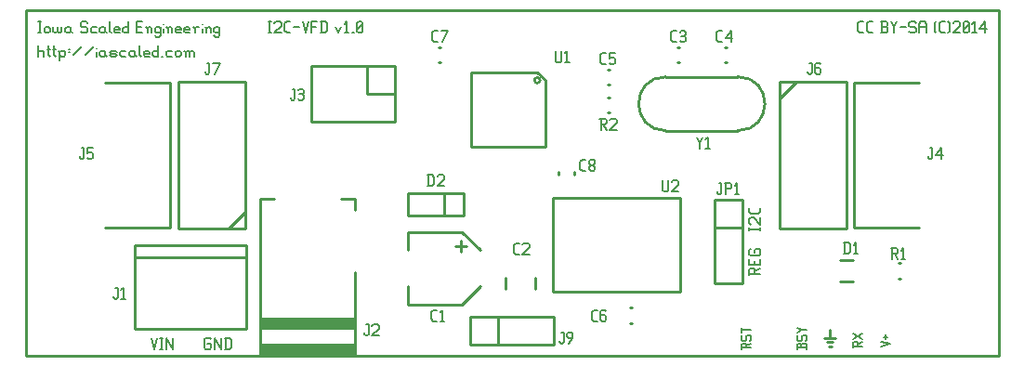
<source format=gbr>
G04 start of page 8 for group -4079 idx -4079 *
G04 Title: (unknown), topsilk *
G04 Creator: pcb 20110918 *
G04 CreationDate: Thu 15 May 2014 04:46:46 AM GMT UTC *
G04 For: railfan *
G04 Format: Gerber/RS-274X *
G04 PCB-Dimensions: 350000 125000 *
G04 PCB-Coordinate-Origin: lower left *
%MOIN*%
%FSLAX25Y25*%
%LNTOPSILK*%
%ADD94C,0.0080*%
%ADD93C,0.0100*%
G54D93*X349500Y124500D02*Y500D01*
X289000Y10000D02*Y7000D01*
X287000D02*X291000D01*
X288000Y5500D02*X290000D01*
X288500Y4000D02*X289500D01*
X500Y500D02*X349500D01*
X500D02*Y124500D01*
X349500D01*
G54D94*X66500Y7000D02*X67000Y6500D01*
X65000Y7000D02*X66500D01*
X64500Y6500D02*X65000Y7000D01*
X64500Y6500D02*Y3500D01*
X65000Y3000D01*
X66500D01*
X67000Y3500D01*
Y4500D02*Y3500D01*
X66500Y5000D02*X67000Y4500D01*
X65500Y5000D02*X66500D01*
X68200Y7000D02*Y3000D01*
Y7000D02*X70700Y3000D01*
Y7000D02*Y3000D01*
X72400Y7000D02*Y3000D01*
X73700Y7000D02*X74400Y6300D01*
Y3700D01*
X73700Y3000D02*X74400Y3700D01*
X71900Y3000D02*X73700D01*
X71900Y7000D02*X73700D01*
X45500D02*X46500Y3000D01*
X47500Y7000D01*
X48700D02*X49700D01*
X49200D02*Y3000D01*
X48700D02*X49700D01*
X50900Y7000D02*Y3000D01*
Y7000D02*X53400Y3000D01*
Y7000D02*Y3000D01*
X5000Y120500D02*X6000D01*
X5500D02*Y116500D01*
X5000D02*X6000D01*
X7200Y118000D02*Y117000D01*
Y118000D02*X7700Y118500D01*
X8700D01*
X9200Y118000D01*
Y117000D01*
X8700Y116500D02*X9200Y117000D01*
X7700Y116500D02*X8700D01*
X7200Y117000D02*X7700Y116500D01*
X10400Y118500D02*Y117000D01*
X10900Y116500D01*
X11400D01*
X11900Y117000D01*
Y118500D02*Y117000D01*
X12400Y116500D01*
X12900D01*
X13400Y117000D01*
Y118500D02*Y117000D01*
X16100Y118500D02*X16600Y118000D01*
X15100Y118500D02*X16100D01*
X14600Y118000D02*X15100Y118500D01*
X14600Y118000D02*Y117000D01*
X15100Y116500D01*
X16600Y118500D02*Y117000D01*
X17100Y116500D01*
X15100D02*X16100D01*
X16600Y117000D01*
X22100Y120500D02*X22600Y120000D01*
X20600Y120500D02*X22100D01*
X20100Y120000D02*X20600Y120500D01*
X20100Y120000D02*Y119000D01*
X20600Y118500D01*
X22100D01*
X22600Y118000D01*
Y117000D01*
X22100Y116500D02*X22600Y117000D01*
X20600Y116500D02*X22100D01*
X20100Y117000D02*X20600Y116500D01*
X24300Y118500D02*X25800D01*
X23800Y118000D02*X24300Y118500D01*
X23800Y118000D02*Y117000D01*
X24300Y116500D01*
X25800D01*
X28500Y118500D02*X29000Y118000D01*
X27500Y118500D02*X28500D01*
X27000Y118000D02*X27500Y118500D01*
X27000Y118000D02*Y117000D01*
X27500Y116500D01*
X29000Y118500D02*Y117000D01*
X29500Y116500D01*
X27500D02*X28500D01*
X29000Y117000D01*
X30700Y120500D02*Y117000D01*
X31200Y116500D01*
X32700D02*X34200D01*
X32200Y117000D02*X32700Y116500D01*
X32200Y118000D02*Y117000D01*
Y118000D02*X32700Y118500D01*
X33700D01*
X34200Y118000D01*
X32200Y117500D02*X34200D01*
Y118000D02*Y117500D01*
X37400Y120500D02*Y116500D01*
X36900D02*X37400Y117000D01*
X35900Y116500D02*X36900D01*
X35400Y117000D02*X35900Y116500D01*
X35400Y118000D02*Y117000D01*
Y118000D02*X35900Y118500D01*
X36900D01*
X37400Y118000D01*
X40400Y118700D02*X41900D01*
X40400Y116500D02*X42400D01*
X40400Y120500D02*Y116500D01*
Y120500D02*X42400D01*
X44100Y118000D02*Y116500D01*
Y118000D02*X44600Y118500D01*
X45100D01*
X45600Y118000D01*
Y116500D01*
X43600Y118500D02*X44100Y118000D01*
X48300Y118500D02*X48800Y118000D01*
X47300Y118500D02*X48300D01*
X46800Y118000D02*X47300Y118500D01*
X46800Y118000D02*Y117000D01*
X47300Y116500D01*
X48300D01*
X48800Y117000D01*
X46800Y115500D02*X47300Y115000D01*
X48300D01*
X48800Y115500D01*
Y118500D02*Y115500D01*
X50000Y119500D02*Y119400D01*
Y118000D02*Y116500D01*
X51500Y118000D02*Y116500D01*
Y118000D02*X52000Y118500D01*
X52500D01*
X53000Y118000D01*
Y116500D01*
X51000Y118500D02*X51500Y118000D01*
X54700Y116500D02*X56200D01*
X54200Y117000D02*X54700Y116500D01*
X54200Y118000D02*Y117000D01*
Y118000D02*X54700Y118500D01*
X55700D01*
X56200Y118000D01*
X54200Y117500D02*X56200D01*
Y118000D02*Y117500D01*
X57900Y116500D02*X59400D01*
X57400Y117000D02*X57900Y116500D01*
X57400Y118000D02*Y117000D01*
Y118000D02*X57900Y118500D01*
X58900D01*
X59400Y118000D01*
X57400Y117500D02*X59400D01*
Y118000D02*Y117500D01*
X61100Y118000D02*Y116500D01*
Y118000D02*X61600Y118500D01*
X62600D01*
X60600D02*X61100Y118000D01*
X63800Y119500D02*Y119400D01*
Y118000D02*Y116500D01*
X65300Y118000D02*Y116500D01*
Y118000D02*X65800Y118500D01*
X66300D01*
X66800Y118000D01*
Y116500D01*
X64800Y118500D02*X65300Y118000D01*
X69500Y118500D02*X70000Y118000D01*
X68500Y118500D02*X69500D01*
X68000Y118000D02*X68500Y118500D01*
X68000Y118000D02*Y117000D01*
X68500Y116500D01*
X69500D01*
X70000Y117000D01*
X68000Y115500D02*X68500Y115000D01*
X69500D01*
X70000Y115500D01*
Y118500D02*Y115500D01*
X87500Y120500D02*X88500D01*
X88000D02*Y116500D01*
X87500D02*X88500D01*
X89700Y120000D02*X90200Y120500D01*
X91700D01*
X92200Y120000D01*
Y119000D01*
X89700Y116500D02*X92200Y119000D01*
X89700Y116500D02*X92200D01*
X94100D02*X95400D01*
X93400Y117200D02*X94100Y116500D01*
X93400Y119800D02*Y117200D01*
Y119800D02*X94100Y120500D01*
X95400D01*
X96600Y118500D02*X98600D01*
X99800Y120500D02*X100800Y116500D01*
X101800Y120500D01*
X103000D02*Y116500D01*
Y120500D02*X105000D01*
X103000Y118700D02*X104500D01*
X106700Y120500D02*Y116500D01*
X108000Y120500D02*X108700Y119800D01*
Y117200D01*
X108000Y116500D02*X108700Y117200D01*
X106200Y116500D02*X108000D01*
X106200Y120500D02*X108000D01*
X111700Y118500D02*X112700Y116500D01*
X113700Y118500D02*X112700Y116500D01*
X114900Y119700D02*X115700Y120500D01*
Y116500D01*
X114900D02*X116400D01*
X117600D02*X118100D01*
X119300Y117000D02*X119800Y116500D01*
X119300Y120000D02*Y117000D01*
Y120000D02*X119800Y120500D01*
X120800D01*
X121300Y120000D01*
Y117000D01*
X120800Y116500D02*X121300Y117000D01*
X119800Y116500D02*X120800D01*
X119300Y117500D02*X121300Y119500D01*
X5000Y112000D02*Y108000D01*
Y109500D02*X5500Y110000D01*
X6500D01*
X7000Y109500D01*
Y108000D01*
X8700Y112000D02*Y108500D01*
X9200Y108000D01*
X8200Y110500D02*X9200D01*
X10700Y112000D02*Y108500D01*
X11200Y108000D01*
X10200Y110500D02*X11200D01*
X12700Y109500D02*Y106500D01*
X12200Y110000D02*X12700Y109500D01*
X13200Y110000D01*
X14200D01*
X14700Y109500D01*
Y108500D01*
X14200Y108000D02*X14700Y108500D01*
X13200Y108000D02*X14200D01*
X12700Y108500D02*X13200Y108000D01*
X15900Y110500D02*X16400D01*
X15900Y109500D02*X16400D01*
X17600Y108500D02*X20600Y111500D01*
X21800Y108500D02*X24800Y111500D01*
X26000Y111000D02*Y110900D01*
Y109500D02*Y108000D01*
X28500Y110000D02*X29000Y109500D01*
X27500Y110000D02*X28500D01*
X27000Y109500D02*X27500Y110000D01*
X27000Y109500D02*Y108500D01*
X27500Y108000D01*
X29000Y110000D02*Y108500D01*
X29500Y108000D01*
X27500D02*X28500D01*
X29000Y108500D01*
X31200Y108000D02*X32700D01*
X33200Y108500D01*
X32700Y109000D02*X33200Y108500D01*
X31200Y109000D02*X32700D01*
X30700Y109500D02*X31200Y109000D01*
X30700Y109500D02*X31200Y110000D01*
X32700D01*
X33200Y109500D01*
X30700Y108500D02*X31200Y108000D01*
X34900Y110000D02*X36400D01*
X34400Y109500D02*X34900Y110000D01*
X34400Y109500D02*Y108500D01*
X34900Y108000D01*
X36400D01*
X39100Y110000D02*X39600Y109500D01*
X38100Y110000D02*X39100D01*
X37600Y109500D02*X38100Y110000D01*
X37600Y109500D02*Y108500D01*
X38100Y108000D01*
X39600Y110000D02*Y108500D01*
X40100Y108000D01*
X38100D02*X39100D01*
X39600Y108500D01*
X41300Y112000D02*Y108500D01*
X41800Y108000D01*
X43300D02*X44800D01*
X42800Y108500D02*X43300Y108000D01*
X42800Y109500D02*Y108500D01*
Y109500D02*X43300Y110000D01*
X44300D01*
X44800Y109500D01*
X42800Y109000D02*X44800D01*
Y109500D02*Y109000D01*
X48000Y112000D02*Y108000D01*
X47500D02*X48000Y108500D01*
X46500Y108000D02*X47500D01*
X46000Y108500D02*X46500Y108000D01*
X46000Y109500D02*Y108500D01*
Y109500D02*X46500Y110000D01*
X47500D01*
X48000Y109500D01*
X49200Y108000D02*X49700D01*
X51400Y110000D02*X52900D01*
X50900Y109500D02*X51400Y110000D01*
X50900Y109500D02*Y108500D01*
X51400Y108000D01*
X52900D01*
X54100Y109500D02*Y108500D01*
Y109500D02*X54600Y110000D01*
X55600D01*
X56100Y109500D01*
Y108500D01*
X55600Y108000D02*X56100Y108500D01*
X54600Y108000D02*X55600D01*
X54100Y108500D02*X54600Y108000D01*
X57800Y109500D02*Y108000D01*
Y109500D02*X58300Y110000D01*
X58800D01*
X59300Y109500D01*
Y108000D01*
Y109500D02*X59800Y110000D01*
X60300D01*
X60800Y109500D01*
Y108000D01*
X57300Y110000D02*X57800Y109500D01*
X260000Y31500D02*Y29500D01*
Y31500D02*X260500Y32000D01*
X261500D01*
X262000Y31500D02*X261500Y32000D01*
X262000Y31500D02*Y30000D01*
X260000D02*X264000D01*
X262000Y30800D02*X264000Y32000D01*
X261800Y34700D02*Y33200D01*
X264000Y35200D02*Y33200D01*
X260000D02*X264000D01*
X260000Y35200D02*Y33200D01*
Y38400D02*X260500Y38900D01*
X260000Y38400D02*Y36900D01*
X260500Y36400D02*X260000Y36900D01*
X260500Y36400D02*X263500D01*
X264000Y36900D01*
Y38400D02*Y36900D01*
Y38400D02*X263500Y38900D01*
X262500D02*X263500D01*
X262000Y38400D02*X262500Y38900D01*
X262000Y38400D02*Y37400D01*
X260000Y46500D02*Y45500D01*
Y46000D02*X264000D01*
Y46500D02*Y45500D01*
X260500Y47700D02*X260000Y48200D01*
Y49700D02*Y48200D01*
Y49700D02*X260500Y50200D01*
X261500D01*
X264000Y47700D02*X261500Y50200D01*
X264000D02*Y47700D01*
Y53400D02*Y52100D01*
X263300Y51400D02*X264000Y52100D01*
X260700Y51400D02*X263300D01*
X260700D02*X260000Y52100D01*
Y53400D02*Y52100D01*
X299700Y116500D02*X301000D01*
X299000Y117200D02*X299700Y116500D01*
X299000Y119800D02*Y117200D01*
Y119800D02*X299700Y120500D01*
X301000D01*
X302900Y116500D02*X304200D01*
X302200Y117200D02*X302900Y116500D01*
X302200Y119800D02*Y117200D01*
Y119800D02*X302900Y120500D01*
X304200D01*
X307200Y116500D02*X309200D01*
X309700Y117000D01*
Y118200D02*Y117000D01*
X309200Y118700D02*X309700Y118200D01*
X307700Y118700D02*X309200D01*
X307700Y120500D02*Y116500D01*
X307200Y120500D02*X309200D01*
X309700Y120000D01*
Y119200D01*
X309200Y118700D02*X309700Y119200D01*
X310900Y120500D02*X311900Y118500D01*
X312900Y120500D01*
X311900Y118500D02*Y116500D01*
X314100Y118500D02*X316100D01*
X319300Y120500D02*X319800Y120000D01*
X317800Y120500D02*X319300D01*
X317300Y120000D02*X317800Y120500D01*
X317300Y120000D02*Y119000D01*
X317800Y118500D01*
X319300D01*
X319800Y118000D01*
Y117000D01*
X319300Y116500D02*X319800Y117000D01*
X317800Y116500D02*X319300D01*
X317300Y117000D02*X317800Y116500D01*
X321000Y119500D02*Y116500D01*
Y119500D02*X321700Y120500D01*
X322800D01*
X323500Y119500D01*
Y116500D01*
X321000Y118500D02*X323500D01*
X326500Y117000D02*X327000Y116500D01*
X326500Y120000D02*X327000Y120500D01*
X326500Y120000D02*Y117000D01*
X328900Y116500D02*X330200D01*
X328200Y117200D02*X328900Y116500D01*
X328200Y119800D02*Y117200D01*
Y119800D02*X328900Y120500D01*
X330200D01*
X331400D02*X331900Y120000D01*
Y117000D01*
X331400Y116500D02*X331900Y117000D01*
X333100Y120000D02*X333600Y120500D01*
X335100D01*
X335600Y120000D01*
Y119000D01*
X333100Y116500D02*X335600Y119000D01*
X333100Y116500D02*X335600D01*
X336800Y117000D02*X337300Y116500D01*
X336800Y120000D02*Y117000D01*
Y120000D02*X337300Y120500D01*
X338300D01*
X338800Y120000D01*
Y117000D01*
X338300Y116500D02*X338800Y117000D01*
X337300Y116500D02*X338300D01*
X336800Y117500D02*X338800Y119500D01*
X340000Y119700D02*X340800Y120500D01*
Y116500D01*
X340000D02*X341500D01*
X342700Y118000D02*X344700Y120500D01*
X342700Y118000D02*X345200D01*
X344700Y120500D02*Y116500D01*
X307300Y4000D02*X310500Y4800D01*
X307300Y5600D01*
X308900Y8160D02*Y6560D01*
X308100Y7360D02*X309700D01*
X297300Y5100D02*Y3500D01*
Y5100D02*X297700Y5500D01*
X298500D01*
X298900Y5100D02*X298500Y5500D01*
X298900Y5100D02*Y3900D01*
X297300D02*X300500D01*
X298900Y4540D02*X300500Y5500D01*
Y6460D02*X297300Y8460D01*
Y6460D02*X300500Y8460D01*
X280500Y4600D02*Y3000D01*
Y4600D02*X280100Y5000D01*
X279140D02*X280100D01*
X278740Y4600D02*X279140Y5000D01*
X278740Y4600D02*Y3400D01*
X277300D02*X280500D01*
X277300Y4600D02*Y3000D01*
Y4600D02*X277700Y5000D01*
X278340D01*
X278740Y4600D02*X278340Y5000D01*
X277300Y7560D02*X277700Y7960D01*
X277300Y7560D02*Y6360D01*
X277700Y5960D02*X277300Y6360D01*
X277700Y5960D02*X278500D01*
X278900Y6360D01*
Y7560D02*Y6360D01*
Y7560D02*X279300Y7960D01*
X280100D01*
X280500Y7560D02*X280100Y7960D01*
X280500Y7560D02*Y6360D01*
X280100Y5960D02*X280500Y6360D01*
X277300Y8920D02*X278900Y9720D01*
X277300Y10520D01*
X278900Y9720D02*X280500D01*
X257300Y4600D02*Y3000D01*
Y4600D02*X257700Y5000D01*
X258500D01*
X258900Y4600D02*X258500Y5000D01*
X258900Y4600D02*Y3400D01*
X257300D02*X260500D01*
X258900Y4040D02*X260500Y5000D01*
X257300Y7560D02*X257700Y7960D01*
X257300Y7560D02*Y6360D01*
X257700Y5960D02*X257300Y6360D01*
X257700Y5960D02*X258500D01*
X258900Y6360D01*
Y7560D02*Y6360D01*
Y7560D02*X259300Y7960D01*
X260100D01*
X260500Y7560D02*X260100Y7960D01*
X260500Y7560D02*Y6360D01*
X260100Y5960D02*X260500Y6360D01*
X257300Y10520D02*Y8920D01*
Y9720D02*X260500D01*
G54D93*X148607Y105745D02*X149393D01*
X148607Y111255D02*X149393D01*
X137508Y44992D02*Y38496D01*
Y25504D02*Y19008D01*
X156996D01*
X137508Y44992D02*X156996D01*
Y19008D02*X163492Y25504D01*
X156996Y44992D02*X163492Y38496D01*
X156500Y42000D02*Y38000D01*
X154500Y40000D02*X158500D01*
X137718Y58976D02*X157418D01*
X137718Y50976D02*X157418D01*
Y58976D02*Y50976D01*
X137718Y58976D02*Y50976D01*
X150618Y58976D02*Y50976D01*
X52300Y98500D02*Y46500D01*
X29000Y98500D02*X52300D01*
X29000Y46500D02*X52300D01*
X79126Y46122D02*Y98878D01*
X55110D02*X79126D01*
X55110Y46122D02*Y98878D01*
Y46122D02*X79126D01*
Y52122D02*X73126Y46122D01*
X39500Y10200D02*X79500D01*
X39500Y40200D02*X79500D01*
X39500Y35800D02*X79500D01*
X39500Y40200D02*Y10200D01*
X79500Y40200D02*Y10200D01*
X118500Y30500D02*Y1000D01*
X84500D02*X118500D01*
X84500Y57000D02*Y1000D01*
Y57000D02*X89500D01*
X118500D02*Y53000D01*
X113500Y57000D02*X118500D01*
X84500Y1000D02*X118500D01*
X84500Y1500D02*X118500D01*
X84500Y2000D02*X118500D01*
X84500Y2500D02*X118500D01*
X84500Y3000D02*X118500D01*
X84500Y3500D02*X118500D01*
X84500Y4000D02*X118500D01*
X84500Y4500D02*X118500D01*
X84500Y14000D02*X118500D01*
X84500Y13500D02*X118500D01*
X84500Y13000D02*X118500D01*
X84500Y12500D02*X118500D01*
X84500Y12000D02*X118500D01*
X84500Y11500D02*X118500D01*
X84500Y11000D02*X118500D01*
X84500Y10500D02*X118500D01*
X103000Y104500D02*X133000D01*
X103000D02*Y84500D01*
X133000D01*
Y104500D02*Y84500D01*
X123000Y104500D02*Y94500D01*
X133000D01*
X209107Y93255D02*X209893D01*
X209107Y87745D02*X209893D01*
X191745Y66393D02*Y65607D01*
X197255Y66393D02*Y65607D01*
X186879Y99436D02*Y75578D01*
X160121D02*X186879D01*
X160121Y102336D02*Y75578D01*
Y102336D02*X183979D01*
X186879Y99436D01*
X183979Y100436D02*G75*G03X183979Y100436I0J-1000D01*G01*
X234107Y111255D02*X234893D01*
X234107Y105745D02*X234893D01*
X251107D02*X251893D01*
X251107Y111255D02*X251893D01*
X209107Y103255D02*X209893D01*
X209107Y97745D02*X209893D01*
X230008Y81354D02*X255992D01*
X230008Y100646D02*X255992D01*
X230008D02*G75*G03X230008Y81354I0J-9646D01*G01*
X255992D02*G75*G03X255992Y100646I0J9646D01*G01*
X297700Y98500D02*Y46500D01*
X321000D01*
X297700Y98500D02*X321000D01*
X270874Y98878D02*Y46122D01*
X294890D01*
Y98878D01*
X270874D01*
Y92878D02*X276874Y98878D01*
X313607Y33755D02*X314393D01*
X313607Y28245D02*X314393D01*
X217107Y12245D02*X217893D01*
X217107Y17755D02*X217893D01*
X183314Y28468D02*Y24532D01*
X172686Y28468D02*Y24532D01*
X160000Y4500D02*X190000D01*
Y14500D02*Y4500D01*
X160000Y14500D02*X190000D01*
X160000D02*Y4500D01*
X170000Y14500D02*Y4500D01*
X160000Y14500D02*X170000D01*
X292638Y34740D02*X297362D01*
X292638Y27260D02*X297362D01*
X247500Y56500D02*Y26500D01*
X257500D01*
Y56500D02*Y26500D01*
X247500Y56500D02*X257500D01*
X247500Y46500D02*X257500D01*
Y56500D02*Y46500D01*
X189665Y23626D02*X235335D01*
X189665Y57090D02*X235335D01*
X189665D02*Y23626D01*
X235335Y57090D02*Y23626D01*
G54D94*X206350Y85650D02*X208350D01*
X208850Y85150D01*
Y84150D01*
X208350Y83650D02*X208850Y84150D01*
X206850Y83650D02*X208350D01*
X206850Y85650D02*Y81650D01*
X207650Y83650D02*X208850Y81650D01*
X210050Y85150D02*X210550Y85650D01*
X212050D01*
X212550Y85150D01*
Y84150D01*
X210050Y81650D02*X212550Y84150D01*
X210050Y81650D02*X212550D01*
X207318Y105158D02*X208618D01*
X206618Y105858D02*X207318Y105158D01*
X206618Y108458D02*Y105858D01*
Y108458D02*X207318Y109158D01*
X208618D01*
X209818D02*X211818D01*
X209818D02*Y107158D01*
X210318Y107658D01*
X211318D01*
X211818Y107158D01*
Y105658D01*
X211318Y105158D02*X211818Y105658D01*
X210318Y105158D02*X211318D01*
X209818Y105658D02*X210318Y105158D01*
X200089Y66973D02*X201389D01*
X199389Y67673D02*X200089Y66973D01*
X199389Y70273D02*Y67673D01*
Y70273D02*X200089Y70973D01*
X201389D01*
X202589Y67473D02*X203089Y66973D01*
X202589Y68273D02*Y67473D01*
Y68273D02*X203289Y68973D01*
X203889D01*
X204589Y68273D01*
Y67473D01*
X204089Y66973D02*X204589Y67473D01*
X203089Y66973D02*X204089D01*
X202589Y69673D02*X203289Y68973D01*
X202589Y70473D02*Y69673D01*
Y70473D02*X203089Y70973D01*
X204089D01*
X204589Y70473D01*
Y69673D01*
X203889Y68973D02*X204589Y69673D01*
X190543Y109950D02*Y106275D01*
X191068Y105750D01*
X192118D01*
X192643Y106275D01*
Y109950D02*Y106275D01*
X193903Y109110D02*X194743Y109950D01*
Y105750D01*
X193903D02*X195478D01*
X204200Y13000D02*X205500D01*
X203500Y13700D02*X204200Y13000D01*
X203500Y16300D02*Y13700D01*
Y16300D02*X204200Y17000D01*
X205500D01*
X208200D02*X208700Y16500D01*
X207200Y17000D02*X208200D01*
X206700Y16500D02*X207200Y17000D01*
X206700Y16500D02*Y13500D01*
X207200Y13000D01*
X208200Y15200D02*X208700Y14700D01*
X206700Y15200D02*X208200D01*
X207200Y13000D02*X208200D01*
X208700Y13500D01*
Y14700D02*Y13500D01*
X192700Y9000D02*X193500D01*
Y5500D01*
X193000Y5000D02*X193500Y5500D01*
X192500Y5000D02*X193000D01*
X192000Y5500D02*X192500Y5000D01*
X192000Y6000D02*Y5500D01*
X195200Y5000D02*X196700Y7000D01*
Y8500D02*Y7000D01*
X196200Y9000D02*X196700Y8500D01*
X195200Y9000D02*X196200D01*
X194700Y8500D02*X195200Y9000D01*
X194700Y8500D02*Y7500D01*
X195200Y7000D01*
X196700D01*
X232593Y113150D02*X233893D01*
X231893Y113850D02*X232593Y113150D01*
X231893Y116450D02*Y113850D01*
Y116450D02*X232593Y117150D01*
X233893D01*
X235093Y116650D02*X235593Y117150D01*
X236593D01*
X237093Y116650D01*
X236593Y113150D02*X237093Y113650D01*
X235593Y113150D02*X236593D01*
X235093Y113650D02*X235593Y113150D01*
Y115350D02*X236593D01*
X237093Y116650D02*Y115850D01*
Y114850D02*Y113650D01*
Y114850D02*X236593Y115350D01*
X237093Y115850D02*X236593Y115350D01*
X248964Y113150D02*X250264D01*
X248264Y113850D02*X248964Y113150D01*
X248264Y116450D02*Y113850D01*
Y116450D02*X248964Y117150D01*
X250264D01*
X251464Y114650D02*X253464Y117150D01*
X251464Y114650D02*X253964D01*
X253464Y117150D02*Y113150D01*
X241157Y79000D02*X242157Y77000D01*
X243157Y79000D01*
X242157Y77000D02*Y75000D01*
X244357Y78200D02*X245157Y79000D01*
Y75000D01*
X244357D02*X245857D01*
X249200Y62500D02*X250000D01*
Y59000D01*
X249500Y58500D02*X250000Y59000D01*
X249000Y58500D02*X249500D01*
X248500Y59000D02*X249000Y58500D01*
X248500Y59500D02*Y59000D01*
X251700Y62500D02*Y58500D01*
X251200Y62500D02*X253200D01*
X253700Y62000D01*
Y61000D01*
X253200Y60500D02*X253700Y61000D01*
X251700Y60500D02*X253200D01*
X254900Y61700D02*X255700Y62500D01*
Y58500D01*
X254900D02*X256400D01*
X229000Y63500D02*Y60000D01*
X229500Y59500D01*
X230500D01*
X231000Y60000D01*
Y63500D02*Y60000D01*
X232200Y63000D02*X232700Y63500D01*
X234200D01*
X234700Y63000D01*
Y62000D01*
X232200Y59500D02*X234700Y62000D01*
X232200Y59500D02*X234700D01*
X324920Y75094D02*X325720D01*
Y71594D01*
X325220Y71094D02*X325720Y71594D01*
X324720Y71094D02*X325220D01*
X324220Y71594D02*X324720Y71094D01*
X324220Y72094D02*Y71594D01*
X326920Y72594D02*X328920Y75094D01*
X326920Y72594D02*X329420D01*
X328920Y75094D02*Y71094D01*
X20574Y75094D02*X21374D01*
Y71594D01*
X20874Y71094D02*X21374Y71594D01*
X20374Y71094D02*X20874D01*
X19874Y71594D02*X20374Y71094D01*
X19874Y72094D02*Y71594D01*
X22574Y75094D02*X24574D01*
X22574D02*Y73094D01*
X23074Y73594D01*
X24074D01*
X24574Y73094D01*
Y71594D01*
X24074Y71094D02*X24574Y71594D01*
X23074Y71094D02*X24074D01*
X22574Y71594D02*X23074Y71094D01*
X144976Y65382D02*Y61382D01*
X146276Y65382D02*X146976Y64682D01*
Y62082D01*
X146276Y61382D02*X146976Y62082D01*
X144476Y61382D02*X146276D01*
X144476Y65382D02*X146276D01*
X148176Y64882D02*X148676Y65382D01*
X150176D01*
X150676Y64882D01*
Y63882D01*
X148176Y61382D02*X150676Y63882D01*
X148176Y61382D02*X150676D01*
X147050Y113150D02*X148350D01*
X146350Y113850D02*X147050Y113150D01*
X146350Y116450D02*Y113850D01*
Y116450D02*X147050Y117150D01*
X148350D01*
X150050Y113150D02*X152050Y117150D01*
X149550D02*X152050D01*
X65613Y105618D02*X66413D01*
Y102118D01*
X65913Y101618D02*X66413Y102118D01*
X65413Y101618D02*X65913D01*
X64913Y102118D02*X65413Y101618D01*
X64913Y102618D02*Y102118D01*
X68113Y101618D02*X70113Y105618D01*
X67613D02*X70113D01*
X96152Y96264D02*X96952D01*
Y92764D01*
X96452Y92264D02*X96952Y92764D01*
X95952Y92264D02*X96452D01*
X95452Y92764D02*X95952Y92264D01*
X95452Y93264D02*Y92764D01*
X98152Y95764D02*X98652Y96264D01*
X99652D01*
X100152Y95764D01*
X99652Y92264D02*X100152Y92764D01*
X98652Y92264D02*X99652D01*
X98152Y92764D02*X98652Y92264D01*
Y94464D02*X99652D01*
X100152Y95764D02*Y94964D01*
Y93964D02*Y92764D01*
Y93964D02*X99652Y94464D01*
X100152Y94964D02*X99652Y94464D01*
X310850Y39150D02*X312850D01*
X313350Y38650D01*
Y37650D01*
X312850Y37150D02*X313350Y37650D01*
X311350Y37150D02*X312850D01*
X311350Y39150D02*Y35150D01*
X312150Y37150D02*X313350Y35150D01*
X314550Y38350D02*X315350Y39150D01*
Y35150D01*
X314550D02*X316050D01*
X32700Y25000D02*X33500D01*
Y21500D01*
X33000Y21000D02*X33500Y21500D01*
X32500Y21000D02*X33000D01*
X32000Y21500D02*X32500Y21000D01*
X32000Y22000D02*Y21500D01*
X34700Y24200D02*X35500Y25000D01*
Y21000D01*
X34700D02*X36200D01*
X146582Y13024D02*X147882D01*
X145882Y13724D02*X146582Y13024D01*
X145882Y16324D02*Y13724D01*
Y16324D02*X146582Y17024D01*
X147882D01*
X149082Y16224D02*X149882Y17024D01*
Y13024D01*
X149082D02*X150582D01*
X176200Y37000D02*X177500D01*
X175500Y37700D02*X176200Y37000D01*
X175500Y40300D02*Y37700D01*
Y40300D02*X176200Y41000D01*
X177500D01*
X178700Y40500D02*X179200Y41000D01*
X180700D01*
X181200Y40500D01*
Y39500D01*
X178700Y37000D02*X181200Y39500D01*
X178700Y37000D02*X181200D01*
X122672Y11831D02*X123472D01*
Y8331D01*
X122972Y7831D02*X123472Y8331D01*
X122472Y7831D02*X122972D01*
X121972Y8331D02*X122472Y7831D01*
X121972Y8831D02*Y8331D01*
X124672Y11331D02*X125172Y11831D01*
X126672D01*
X127172Y11331D01*
Y10331D01*
X124672Y7831D02*X127172Y10331D01*
X124672Y7831D02*X127172D01*
X294350Y41150D02*Y37150D01*
X295650Y41150D02*X296350Y40450D01*
Y37850D01*
X295650Y37150D02*X296350Y37850D01*
X293850Y37150D02*X295650D01*
X293850Y41150D02*X295650D01*
X297550Y40350D02*X298350Y41150D01*
Y37150D01*
X297550D02*X299050D01*
X281712Y105653D02*X282512D01*
Y102153D01*
X282012Y101653D02*X282512Y102153D01*
X281512Y101653D02*X282012D01*
X281012Y102153D02*X281512Y101653D01*
X281012Y102653D02*Y102153D01*
X285212Y105653D02*X285712Y105153D01*
X284212Y105653D02*X285212D01*
X283712Y105153D02*X284212Y105653D01*
X283712Y105153D02*Y102153D01*
X284212Y101653D01*
X285212Y103853D02*X285712Y103353D01*
X283712Y103853D02*X285212D01*
X284212Y101653D02*X285212D01*
X285712Y102153D01*
Y103353D02*Y102153D01*
M02*

</source>
